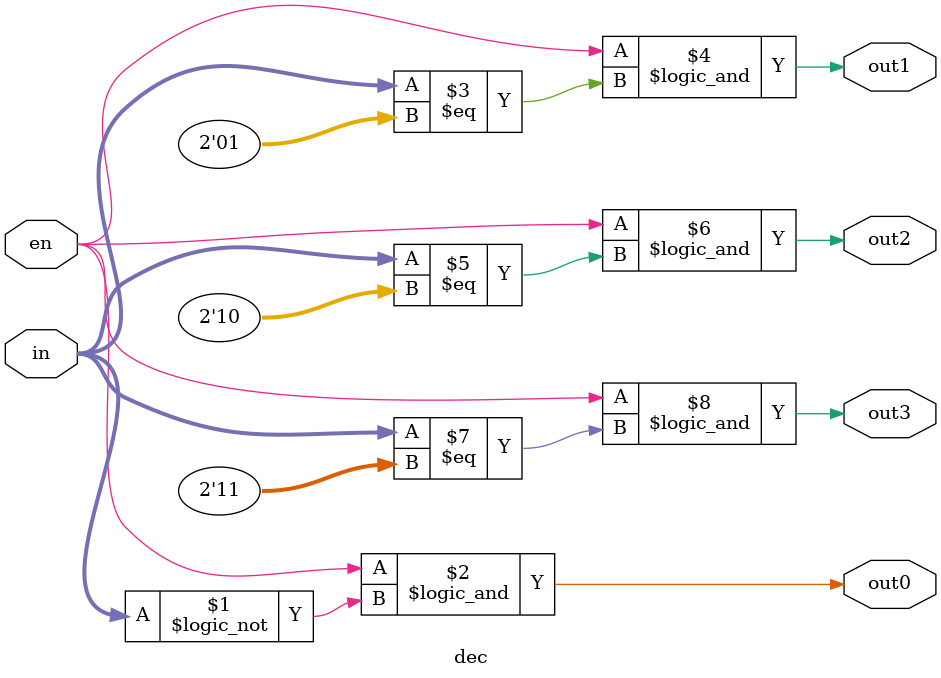
<source format=v>
module dec(en, in, out0, out1, out2, out3);
input [1:0] in;
input en;
output out0;
output out1;
output out2;
output out3;

assign out0 = (en && (in == 2'b0));
assign out1 = (en && (in == 2'b1));
assign out2 = (en && (in == 2'b10));
assign out3 = (en && (in == 2'b11));

endmodule

</source>
